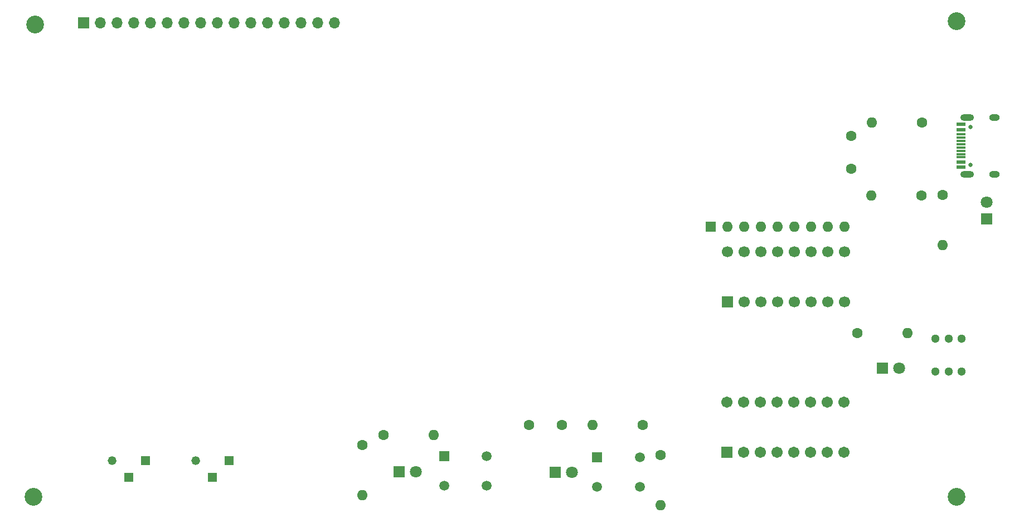
<source format=gts>
%TF.GenerationSoftware,KiCad,Pcbnew,7.0.10*%
%TF.CreationDate,2024-03-01T13:38:29-08:00*%
%TF.ProjectId,hd44780_tutorial,68643434-3738-4305-9f74-75746f726961,0.9.03*%
%TF.SameCoordinates,Original*%
%TF.FileFunction,Soldermask,Top*%
%TF.FilePolarity,Negative*%
%FSLAX46Y46*%
G04 Gerber Fmt 4.6, Leading zero omitted, Abs format (unit mm)*
G04 Created by KiCad (PCBNEW 7.0.10) date 2024-03-01 13:38:29*
%MOMM*%
%LPD*%
G01*
G04 APERTURE LIST*
G04 Aperture macros list*
%AMRoundRect*
0 Rectangle with rounded corners*
0 $1 Rounding radius*
0 $2 $3 $4 $5 $6 $7 $8 $9 X,Y pos of 4 corners*
0 Add a 4 corners polygon primitive as box body*
4,1,4,$2,$3,$4,$5,$6,$7,$8,$9,$2,$3,0*
0 Add four circle primitives for the rounded corners*
1,1,$1+$1,$2,$3*
1,1,$1+$1,$4,$5*
1,1,$1+$1,$6,$7*
1,1,$1+$1,$8,$9*
0 Add four rect primitives between the rounded corners*
20,1,$1+$1,$2,$3,$4,$5,0*
20,1,$1+$1,$4,$5,$6,$7,0*
20,1,$1+$1,$6,$7,$8,$9,0*
20,1,$1+$1,$8,$9,$2,$3,0*%
G04 Aperture macros list end*
%ADD10R,1.508000X1.508000*%
%ADD11C,1.508000*%
%ADD12C,1.320800*%
%ADD13R,1.320800X1.320800*%
%ADD14C,1.600000*%
%ADD15O,1.600000X1.600000*%
%ADD16C,0.650000*%
%ADD17R,1.450000X0.600000*%
%ADD18R,1.450000X0.300000*%
%ADD19O,2.100000X1.000000*%
%ADD20O,1.600000X1.000000*%
%ADD21R,1.800000X1.800000*%
%ADD22C,1.800000*%
%ADD23R,1.700000X1.700000*%
%ADD24O,1.700000X1.700000*%
%ADD25C,2.700000*%
%ADD26C,1.700000*%
%ADD27RoundRect,0.102000X-0.754000X-0.754000X0.754000X-0.754000X0.754000X0.754000X-0.754000X0.754000X0*%
%ADD28C,1.712000*%
%ADD29R,1.600000X1.600000*%
%ADD30C,1.300000*%
G04 APERTURE END LIST*
D10*
%TO.C,SW1*%
X131700000Y-118090000D03*
D11*
X138200000Y-118090000D03*
X131700000Y-122590000D03*
X138200000Y-122590000D03*
%TD*%
D12*
%TO.C,RV1*%
X81280000Y-118745000D03*
D13*
X83820000Y-121285000D03*
X86360000Y-118745000D03*
%TD*%
D14*
%TO.C,C2*%
X193560000Y-69420000D03*
X193560000Y-74420000D03*
%TD*%
%TO.C,R2*%
X161830000Y-113330000D03*
D15*
X154210000Y-113330000D03*
%TD*%
D14*
%TO.C,C1*%
X149620000Y-113350000D03*
X144620000Y-113350000D03*
%TD*%
D16*
%TO.C,J2*%
X211680000Y-73795000D03*
X211680000Y-68015000D03*
D17*
X210235000Y-74155000D03*
X210235000Y-73355000D03*
D18*
X210235000Y-72155000D03*
X210235000Y-71155000D03*
X210235000Y-70655000D03*
X210235000Y-69655000D03*
D17*
X210235000Y-68455000D03*
X210235000Y-67655000D03*
X210235000Y-67655000D03*
X210235000Y-68455000D03*
D18*
X210235000Y-69155000D03*
X210235000Y-70155000D03*
X210235000Y-71655000D03*
X210235000Y-72655000D03*
D17*
X210235000Y-73355000D03*
X210235000Y-74155000D03*
D19*
X211150000Y-75225000D03*
D20*
X215330000Y-75225000D03*
D19*
X211150000Y-66585000D03*
D20*
X215330000Y-66585000D03*
%TD*%
D14*
%TO.C,R9*%
X164540000Y-117930000D03*
D15*
X164540000Y-125550000D03*
%TD*%
D21*
%TO.C,D1*%
X124835000Y-120490000D03*
D22*
X127375000Y-120490000D03*
%TD*%
D14*
%TO.C,R6*%
X207404200Y-78410200D03*
D15*
X207404200Y-86030200D03*
%TD*%
D21*
%TO.C,D2*%
X148615000Y-120520000D03*
D22*
X151155000Y-120520000D03*
%TD*%
D14*
%TO.C,R8*%
X204220000Y-78460000D03*
D15*
X196600000Y-78460000D03*
%TD*%
D23*
%TO.C,J1*%
X76936600Y-52171600D03*
D24*
X79476600Y-52171600D03*
X82016600Y-52171600D03*
X84556600Y-52171600D03*
X87096600Y-52171600D03*
X89636600Y-52171600D03*
X92176600Y-52171600D03*
X94716600Y-52171600D03*
X97256600Y-52171600D03*
X99796600Y-52171600D03*
X102336600Y-52171600D03*
X104876600Y-52171600D03*
X107416600Y-52171600D03*
X109956600Y-52171600D03*
X112496600Y-52171600D03*
X115036600Y-52171600D03*
%TD*%
D10*
%TO.C,SW2*%
X154900000Y-118240000D03*
D11*
X161400000Y-118240000D03*
X154900000Y-122740000D03*
X161400000Y-122740000D03*
%TD*%
D25*
%TO.C,H2*%
X209500000Y-51960000D03*
%TD*%
%TO.C,H1*%
X69590000Y-52430000D03*
%TD*%
D26*
%TO.C,D3*%
X174731400Y-87024800D03*
X177271400Y-87024800D03*
X179811400Y-87024800D03*
X182351400Y-87024800D03*
X184891400Y-87024800D03*
X187431400Y-87024800D03*
X189971400Y-87024800D03*
X192511400Y-87024800D03*
X192511400Y-94644800D03*
X189971400Y-94644800D03*
X187431400Y-94644800D03*
X184891400Y-94644800D03*
X182351400Y-94644800D03*
X179811400Y-94644800D03*
X177271400Y-94644800D03*
D23*
X174731400Y-94644800D03*
%TD*%
D14*
%TO.C,R1*%
X119240000Y-116380000D03*
D15*
X119240000Y-124000000D03*
%TD*%
D14*
%TO.C,R5*%
X194480000Y-99370000D03*
D15*
X202100000Y-99370000D03*
%TD*%
D21*
%TO.C,D6*%
X198260000Y-104700000D03*
D22*
X200800000Y-104700000D03*
%TD*%
D25*
%TO.C,H4*%
X69300000Y-124260000D03*
%TD*%
D12*
%TO.C,RV2*%
X93980000Y-118745000D03*
D13*
X96520000Y-121285000D03*
X99060000Y-118745000D03*
%TD*%
D25*
%TO.C,H3*%
X209500000Y-124260000D03*
%TD*%
D27*
%TO.C,SW3*%
X174625000Y-117475000D03*
D28*
X174625000Y-109855000D03*
X177165000Y-117475000D03*
X177165000Y-109855000D03*
X179705000Y-117475000D03*
X179705000Y-109855000D03*
X182245000Y-117475000D03*
X182245000Y-109855000D03*
X184785000Y-117475000D03*
X184785000Y-109855000D03*
X187325000Y-117475000D03*
X187325000Y-109855000D03*
X189865000Y-117475000D03*
X189865000Y-109855000D03*
X192405000Y-117475000D03*
X192405000Y-109855000D03*
%TD*%
D14*
%TO.C,R3*%
X122490000Y-114890000D03*
D15*
X130110000Y-114890000D03*
%TD*%
D29*
%TO.C,RN1*%
X172174600Y-83164400D03*
D15*
X174714600Y-83164400D03*
X177254600Y-83164400D03*
X179794600Y-83164400D03*
X182334600Y-83164400D03*
X184874600Y-83164400D03*
X187414600Y-83164400D03*
X189954600Y-83164400D03*
X192494600Y-83164400D03*
%TD*%
D21*
%TO.C,D4*%
X214144200Y-81990200D03*
D22*
X214144200Y-79450200D03*
%TD*%
D14*
%TO.C,R7*%
X204250000Y-67340000D03*
D15*
X196630000Y-67340000D03*
%TD*%
D30*
%TO.C,S1*%
X206320000Y-105200000D03*
X208320000Y-105200000D03*
X210320000Y-105200000D03*
X206320000Y-100200000D03*
X208320000Y-100200000D03*
X210320000Y-100200000D03*
%TD*%
M02*

</source>
